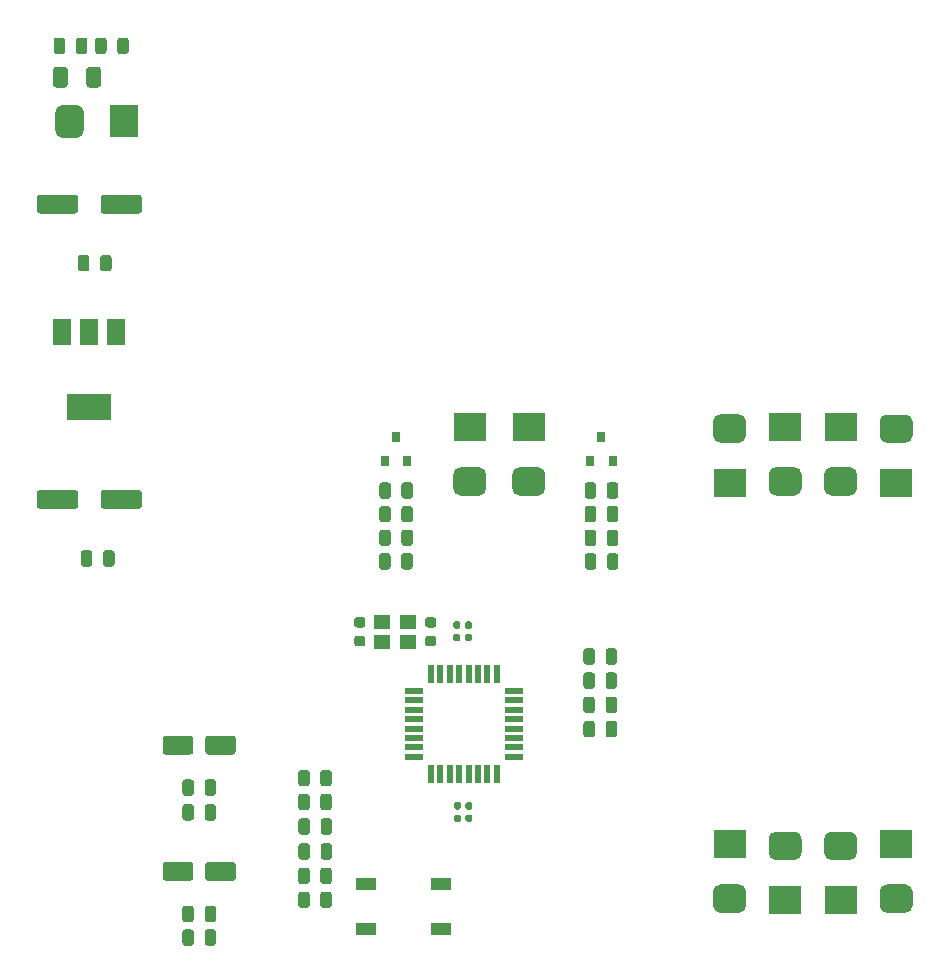
<source format=gbr>
%TF.GenerationSoftware,KiCad,Pcbnew,(5.1.6)-1*%
%TF.CreationDate,2022-04-27T14:58:12+09:00*%
%TF.ProjectId,FP-2500 ICHIMASA,46502d32-3530-4302-9049-4348494d4153,rev?*%
%TF.SameCoordinates,Original*%
%TF.FileFunction,Paste,Top*%
%TF.FilePolarity,Positive*%
%FSLAX46Y46*%
G04 Gerber Fmt 4.6, Leading zero omitted, Abs format (unit mm)*
G04 Created by KiCad (PCBNEW (5.1.6)-1) date 2022-04-27 14:58:12*
%MOMM*%
%LPD*%
G01*
G04 APERTURE LIST*
%ADD10R,1.600000X0.550000*%
%ADD11R,0.550000X1.600000*%
%ADD12R,1.400000X1.200000*%
%ADD13R,3.800000X2.200000*%
%ADD14R,1.500000X2.200000*%
%ADD15R,1.700000X1.000000*%
%ADD16R,0.800000X0.900000*%
%ADD17R,2.800000X2.400000*%
%ADD18R,2.400000X2.800000*%
G04 APERTURE END LIST*
%TO.C,C6*%
G36*
G01*
X60140000Y-169172500D02*
X60140000Y-168827500D01*
G75*
G02*
X60287500Y-168680000I147500J0D01*
G01*
X60582500Y-168680000D01*
G75*
G02*
X60730000Y-168827500I0J-147500D01*
G01*
X60730000Y-169172500D01*
G75*
G02*
X60582500Y-169320000I-147500J0D01*
G01*
X60287500Y-169320000D01*
G75*
G02*
X60140000Y-169172500I0J147500D01*
G01*
G37*
G36*
G01*
X59170000Y-169172500D02*
X59170000Y-168827500D01*
G75*
G02*
X59317500Y-168680000I147500J0D01*
G01*
X59612500Y-168680000D01*
G75*
G02*
X59760000Y-168827500I0J-147500D01*
G01*
X59760000Y-169172500D01*
G75*
G02*
X59612500Y-169320000I-147500J0D01*
G01*
X59317500Y-169320000D01*
G75*
G02*
X59170000Y-169172500I0J147500D01*
G01*
G37*
%TD*%
%TO.C,C8*%
G36*
G01*
X59710000Y-152477500D02*
X59710000Y-152822500D01*
G75*
G02*
X59562500Y-152970000I-147500J0D01*
G01*
X59267500Y-152970000D01*
G75*
G02*
X59120000Y-152822500I0J147500D01*
G01*
X59120000Y-152477500D01*
G75*
G02*
X59267500Y-152330000I147500J0D01*
G01*
X59562500Y-152330000D01*
G75*
G02*
X59710000Y-152477500I0J-147500D01*
G01*
G37*
G36*
G01*
X60680000Y-152477500D02*
X60680000Y-152822500D01*
G75*
G02*
X60532500Y-152970000I-147500J0D01*
G01*
X60237500Y-152970000D01*
G75*
G02*
X60090000Y-152822500I0J147500D01*
G01*
X60090000Y-152477500D01*
G75*
G02*
X60237500Y-152330000I147500J0D01*
G01*
X60532500Y-152330000D01*
G75*
G02*
X60680000Y-152477500I0J-147500D01*
G01*
G37*
%TD*%
%TO.C,C7*%
G36*
G01*
X59710000Y-153527500D02*
X59710000Y-153872500D01*
G75*
G02*
X59562500Y-154020000I-147500J0D01*
G01*
X59267500Y-154020000D01*
G75*
G02*
X59120000Y-153872500I0J147500D01*
G01*
X59120000Y-153527500D01*
G75*
G02*
X59267500Y-153380000I147500J0D01*
G01*
X59562500Y-153380000D01*
G75*
G02*
X59710000Y-153527500I0J-147500D01*
G01*
G37*
G36*
G01*
X60680000Y-153527500D02*
X60680000Y-153872500D01*
G75*
G02*
X60532500Y-154020000I-147500J0D01*
G01*
X60237500Y-154020000D01*
G75*
G02*
X60090000Y-153872500I0J147500D01*
G01*
X60090000Y-153527500D01*
G75*
G02*
X60237500Y-153380000I147500J0D01*
G01*
X60532500Y-153380000D01*
G75*
G02*
X60680000Y-153527500I0J-147500D01*
G01*
G37*
%TD*%
D10*
%TO.C,U2*%
X64250000Y-158200000D03*
X64250000Y-159000000D03*
X64250000Y-159800000D03*
X64250000Y-160600000D03*
X64250000Y-161400000D03*
X64250000Y-162200000D03*
X64250000Y-163000000D03*
X64250000Y-163800000D03*
D11*
X62800000Y-165250000D03*
X62000000Y-165250000D03*
X61200000Y-165250000D03*
X60400000Y-165250000D03*
X59600000Y-165250000D03*
X58800000Y-165250000D03*
X58000000Y-165250000D03*
X57200000Y-165250000D03*
D10*
X55750000Y-163800000D03*
X55750000Y-163000000D03*
X55750000Y-162200000D03*
X55750000Y-161400000D03*
X55750000Y-160600000D03*
X55750000Y-159800000D03*
X55750000Y-159000000D03*
X55750000Y-158200000D03*
D11*
X57200000Y-156750000D03*
X58000000Y-156750000D03*
X58800000Y-156750000D03*
X59600000Y-156750000D03*
X60400000Y-156750000D03*
X61200000Y-156750000D03*
X62000000Y-156750000D03*
X62800000Y-156750000D03*
%TD*%
D12*
%TO.C,Y1*%
X55300000Y-154050000D03*
X53100000Y-154050000D03*
X53100000Y-152350000D03*
X55300000Y-152350000D03*
%TD*%
D13*
%TO.C,U1*%
X28250000Y-134150000D03*
D14*
X30550000Y-127850000D03*
X28250000Y-127850000D03*
X25950000Y-127850000D03*
%TD*%
D15*
%TO.C,S1*%
X58050000Y-178350000D03*
X51750000Y-178350000D03*
X58050000Y-174550000D03*
X51750000Y-174550000D03*
%TD*%
%TO.C,R19*%
G36*
G01*
X47850000Y-166056250D02*
X47850000Y-165143750D01*
G75*
G02*
X48093750Y-164900000I243750J0D01*
G01*
X48581250Y-164900000D01*
G75*
G02*
X48825000Y-165143750I0J-243750D01*
G01*
X48825000Y-166056250D01*
G75*
G02*
X48581250Y-166300000I-243750J0D01*
G01*
X48093750Y-166300000D01*
G75*
G02*
X47850000Y-166056250I0J243750D01*
G01*
G37*
G36*
G01*
X45975000Y-166056250D02*
X45975000Y-165143750D01*
G75*
G02*
X46218750Y-164900000I243750J0D01*
G01*
X46706250Y-164900000D01*
G75*
G02*
X46950000Y-165143750I0J-243750D01*
G01*
X46950000Y-166056250D01*
G75*
G02*
X46706250Y-166300000I-243750J0D01*
G01*
X46218750Y-166300000D01*
G75*
G02*
X45975000Y-166056250I0J243750D01*
G01*
G37*
%TD*%
%TO.C,R18*%
G36*
G01*
X72000000Y-155756250D02*
X72000000Y-154843750D01*
G75*
G02*
X72243750Y-154600000I243750J0D01*
G01*
X72731250Y-154600000D01*
G75*
G02*
X72975000Y-154843750I0J-243750D01*
G01*
X72975000Y-155756250D01*
G75*
G02*
X72731250Y-156000000I-243750J0D01*
G01*
X72243750Y-156000000D01*
G75*
G02*
X72000000Y-155756250I0J243750D01*
G01*
G37*
G36*
G01*
X70125000Y-155756250D02*
X70125000Y-154843750D01*
G75*
G02*
X70368750Y-154600000I243750J0D01*
G01*
X70856250Y-154600000D01*
G75*
G02*
X71100000Y-154843750I0J-243750D01*
G01*
X71100000Y-155756250D01*
G75*
G02*
X70856250Y-156000000I-243750J0D01*
G01*
X70368750Y-156000000D01*
G75*
G02*
X70125000Y-155756250I0J243750D01*
G01*
G37*
%TD*%
%TO.C,R17*%
G36*
G01*
X72000000Y-157806250D02*
X72000000Y-156893750D01*
G75*
G02*
X72243750Y-156650000I243750J0D01*
G01*
X72731250Y-156650000D01*
G75*
G02*
X72975000Y-156893750I0J-243750D01*
G01*
X72975000Y-157806250D01*
G75*
G02*
X72731250Y-158050000I-243750J0D01*
G01*
X72243750Y-158050000D01*
G75*
G02*
X72000000Y-157806250I0J243750D01*
G01*
G37*
G36*
G01*
X70125000Y-157806250D02*
X70125000Y-156893750D01*
G75*
G02*
X70368750Y-156650000I243750J0D01*
G01*
X70856250Y-156650000D01*
G75*
G02*
X71100000Y-156893750I0J-243750D01*
G01*
X71100000Y-157806250D01*
G75*
G02*
X70856250Y-158050000I-243750J0D01*
G01*
X70368750Y-158050000D01*
G75*
G02*
X70125000Y-157806250I0J243750D01*
G01*
G37*
%TD*%
%TO.C,R16*%
G36*
G01*
X72000000Y-159856250D02*
X72000000Y-158943750D01*
G75*
G02*
X72243750Y-158700000I243750J0D01*
G01*
X72731250Y-158700000D01*
G75*
G02*
X72975000Y-158943750I0J-243750D01*
G01*
X72975000Y-159856250D01*
G75*
G02*
X72731250Y-160100000I-243750J0D01*
G01*
X72243750Y-160100000D01*
G75*
G02*
X72000000Y-159856250I0J243750D01*
G01*
G37*
G36*
G01*
X70125000Y-159856250D02*
X70125000Y-158943750D01*
G75*
G02*
X70368750Y-158700000I243750J0D01*
G01*
X70856250Y-158700000D01*
G75*
G02*
X71100000Y-158943750I0J-243750D01*
G01*
X71100000Y-159856250D01*
G75*
G02*
X70856250Y-160100000I-243750J0D01*
G01*
X70368750Y-160100000D01*
G75*
G02*
X70125000Y-159856250I0J243750D01*
G01*
G37*
%TD*%
%TO.C,R15*%
G36*
G01*
X72000000Y-161906250D02*
X72000000Y-160993750D01*
G75*
G02*
X72243750Y-160750000I243750J0D01*
G01*
X72731250Y-160750000D01*
G75*
G02*
X72975000Y-160993750I0J-243750D01*
G01*
X72975000Y-161906250D01*
G75*
G02*
X72731250Y-162150000I-243750J0D01*
G01*
X72243750Y-162150000D01*
G75*
G02*
X72000000Y-161906250I0J243750D01*
G01*
G37*
G36*
G01*
X70125000Y-161906250D02*
X70125000Y-160993750D01*
G75*
G02*
X70368750Y-160750000I243750J0D01*
G01*
X70856250Y-160750000D01*
G75*
G02*
X71100000Y-160993750I0J-243750D01*
G01*
X71100000Y-161906250D01*
G75*
G02*
X70856250Y-162150000I-243750J0D01*
G01*
X70368750Y-162150000D01*
G75*
G02*
X70125000Y-161906250I0J243750D01*
G01*
G37*
%TD*%
%TO.C,R14*%
G36*
G01*
X38050000Y-168956250D02*
X38050000Y-168043750D01*
G75*
G02*
X38293750Y-167800000I243750J0D01*
G01*
X38781250Y-167800000D01*
G75*
G02*
X39025000Y-168043750I0J-243750D01*
G01*
X39025000Y-168956250D01*
G75*
G02*
X38781250Y-169200000I-243750J0D01*
G01*
X38293750Y-169200000D01*
G75*
G02*
X38050000Y-168956250I0J243750D01*
G01*
G37*
G36*
G01*
X36175000Y-168956250D02*
X36175000Y-168043750D01*
G75*
G02*
X36418750Y-167800000I243750J0D01*
G01*
X36906250Y-167800000D01*
G75*
G02*
X37150000Y-168043750I0J-243750D01*
G01*
X37150000Y-168956250D01*
G75*
G02*
X36906250Y-169200000I-243750J0D01*
G01*
X36418750Y-169200000D01*
G75*
G02*
X36175000Y-168956250I0J243750D01*
G01*
G37*
%TD*%
%TO.C,R13*%
G36*
G01*
X37150000Y-165943750D02*
X37150000Y-166856250D01*
G75*
G02*
X36906250Y-167100000I-243750J0D01*
G01*
X36418750Y-167100000D01*
G75*
G02*
X36175000Y-166856250I0J243750D01*
G01*
X36175000Y-165943750D01*
G75*
G02*
X36418750Y-165700000I243750J0D01*
G01*
X36906250Y-165700000D01*
G75*
G02*
X37150000Y-165943750I0J-243750D01*
G01*
G37*
G36*
G01*
X39025000Y-165943750D02*
X39025000Y-166856250D01*
G75*
G02*
X38781250Y-167100000I-243750J0D01*
G01*
X38293750Y-167100000D01*
G75*
G02*
X38050000Y-166856250I0J243750D01*
G01*
X38050000Y-165943750D01*
G75*
G02*
X38293750Y-165700000I243750J0D01*
G01*
X38781250Y-165700000D01*
G75*
G02*
X39025000Y-165943750I0J-243750D01*
G01*
G37*
%TD*%
%TO.C,R12*%
G36*
G01*
X38050000Y-179556250D02*
X38050000Y-178643750D01*
G75*
G02*
X38293750Y-178400000I243750J0D01*
G01*
X38781250Y-178400000D01*
G75*
G02*
X39025000Y-178643750I0J-243750D01*
G01*
X39025000Y-179556250D01*
G75*
G02*
X38781250Y-179800000I-243750J0D01*
G01*
X38293750Y-179800000D01*
G75*
G02*
X38050000Y-179556250I0J243750D01*
G01*
G37*
G36*
G01*
X36175000Y-179556250D02*
X36175000Y-178643750D01*
G75*
G02*
X36418750Y-178400000I243750J0D01*
G01*
X36906250Y-178400000D01*
G75*
G02*
X37150000Y-178643750I0J-243750D01*
G01*
X37150000Y-179556250D01*
G75*
G02*
X36906250Y-179800000I-243750J0D01*
G01*
X36418750Y-179800000D01*
G75*
G02*
X36175000Y-179556250I0J243750D01*
G01*
G37*
%TD*%
%TO.C,R11*%
G36*
G01*
X37150000Y-176643750D02*
X37150000Y-177556250D01*
G75*
G02*
X36906250Y-177800000I-243750J0D01*
G01*
X36418750Y-177800000D01*
G75*
G02*
X36175000Y-177556250I0J243750D01*
G01*
X36175000Y-176643750D01*
G75*
G02*
X36418750Y-176400000I243750J0D01*
G01*
X36906250Y-176400000D01*
G75*
G02*
X37150000Y-176643750I0J-243750D01*
G01*
G37*
G36*
G01*
X39025000Y-176643750D02*
X39025000Y-177556250D01*
G75*
G02*
X38781250Y-177800000I-243750J0D01*
G01*
X38293750Y-177800000D01*
G75*
G02*
X38050000Y-177556250I0J243750D01*
G01*
X38050000Y-176643750D01*
G75*
G02*
X38293750Y-176400000I243750J0D01*
G01*
X38781250Y-176400000D01*
G75*
G02*
X39025000Y-176643750I0J-243750D01*
G01*
G37*
%TD*%
%TO.C,R10*%
G36*
G01*
X47850000Y-176356250D02*
X47850000Y-175443750D01*
G75*
G02*
X48093750Y-175200000I243750J0D01*
G01*
X48581250Y-175200000D01*
G75*
G02*
X48825000Y-175443750I0J-243750D01*
G01*
X48825000Y-176356250D01*
G75*
G02*
X48581250Y-176600000I-243750J0D01*
G01*
X48093750Y-176600000D01*
G75*
G02*
X47850000Y-176356250I0J243750D01*
G01*
G37*
G36*
G01*
X45975000Y-176356250D02*
X45975000Y-175443750D01*
G75*
G02*
X46218750Y-175200000I243750J0D01*
G01*
X46706250Y-175200000D01*
G75*
G02*
X46950000Y-175443750I0J-243750D01*
G01*
X46950000Y-176356250D01*
G75*
G02*
X46706250Y-176600000I-243750J0D01*
G01*
X46218750Y-176600000D01*
G75*
G02*
X45975000Y-176356250I0J243750D01*
G01*
G37*
%TD*%
%TO.C,R9*%
G36*
G01*
X47850000Y-174332250D02*
X47850000Y-173419750D01*
G75*
G02*
X48093750Y-173176000I243750J0D01*
G01*
X48581250Y-173176000D01*
G75*
G02*
X48825000Y-173419750I0J-243750D01*
G01*
X48825000Y-174332250D01*
G75*
G02*
X48581250Y-174576000I-243750J0D01*
G01*
X48093750Y-174576000D01*
G75*
G02*
X47850000Y-174332250I0J243750D01*
G01*
G37*
G36*
G01*
X45975000Y-174332250D02*
X45975000Y-173419750D01*
G75*
G02*
X46218750Y-173176000I243750J0D01*
G01*
X46706250Y-173176000D01*
G75*
G02*
X46950000Y-173419750I0J-243750D01*
G01*
X46950000Y-174332250D01*
G75*
G02*
X46706250Y-174576000I-243750J0D01*
G01*
X46218750Y-174576000D01*
G75*
G02*
X45975000Y-174332250I0J243750D01*
G01*
G37*
%TD*%
%TO.C,R8*%
G36*
G01*
X71200000Y-140793750D02*
X71200000Y-141706250D01*
G75*
G02*
X70956250Y-141950000I-243750J0D01*
G01*
X70468750Y-141950000D01*
G75*
G02*
X70225000Y-141706250I0J243750D01*
G01*
X70225000Y-140793750D01*
G75*
G02*
X70468750Y-140550000I243750J0D01*
G01*
X70956250Y-140550000D01*
G75*
G02*
X71200000Y-140793750I0J-243750D01*
G01*
G37*
G36*
G01*
X73075000Y-140793750D02*
X73075000Y-141706250D01*
G75*
G02*
X72831250Y-141950000I-243750J0D01*
G01*
X72343750Y-141950000D01*
G75*
G02*
X72100000Y-141706250I0J243750D01*
G01*
X72100000Y-140793750D01*
G75*
G02*
X72343750Y-140550000I243750J0D01*
G01*
X72831250Y-140550000D01*
G75*
G02*
X73075000Y-140793750I0J-243750D01*
G01*
G37*
%TD*%
%TO.C,R7*%
G36*
G01*
X72100000Y-145706250D02*
X72100000Y-144793750D01*
G75*
G02*
X72343750Y-144550000I243750J0D01*
G01*
X72831250Y-144550000D01*
G75*
G02*
X73075000Y-144793750I0J-243750D01*
G01*
X73075000Y-145706250D01*
G75*
G02*
X72831250Y-145950000I-243750J0D01*
G01*
X72343750Y-145950000D01*
G75*
G02*
X72100000Y-145706250I0J243750D01*
G01*
G37*
G36*
G01*
X70225000Y-145706250D02*
X70225000Y-144793750D01*
G75*
G02*
X70468750Y-144550000I243750J0D01*
G01*
X70956250Y-144550000D01*
G75*
G02*
X71200000Y-144793750I0J-243750D01*
G01*
X71200000Y-145706250D01*
G75*
G02*
X70956250Y-145950000I-243750J0D01*
G01*
X70468750Y-145950000D01*
G75*
G02*
X70225000Y-145706250I0J243750D01*
G01*
G37*
%TD*%
%TO.C,R6*%
G36*
G01*
X71200000Y-142793750D02*
X71200000Y-143706250D01*
G75*
G02*
X70956250Y-143950000I-243750J0D01*
G01*
X70468750Y-143950000D01*
G75*
G02*
X70225000Y-143706250I0J243750D01*
G01*
X70225000Y-142793750D01*
G75*
G02*
X70468750Y-142550000I243750J0D01*
G01*
X70956250Y-142550000D01*
G75*
G02*
X71200000Y-142793750I0J-243750D01*
G01*
G37*
G36*
G01*
X73075000Y-142793750D02*
X73075000Y-143706250D01*
G75*
G02*
X72831250Y-143950000I-243750J0D01*
G01*
X72343750Y-143950000D01*
G75*
G02*
X72100000Y-143706250I0J243750D01*
G01*
X72100000Y-142793750D01*
G75*
G02*
X72343750Y-142550000I243750J0D01*
G01*
X72831250Y-142550000D01*
G75*
G02*
X73075000Y-142793750I0J-243750D01*
G01*
G37*
%TD*%
%TO.C,R5*%
G36*
G01*
X54720000Y-141706250D02*
X54720000Y-140793750D01*
G75*
G02*
X54963750Y-140550000I243750J0D01*
G01*
X55451250Y-140550000D01*
G75*
G02*
X55695000Y-140793750I0J-243750D01*
G01*
X55695000Y-141706250D01*
G75*
G02*
X55451250Y-141950000I-243750J0D01*
G01*
X54963750Y-141950000D01*
G75*
G02*
X54720000Y-141706250I0J243750D01*
G01*
G37*
G36*
G01*
X52845000Y-141706250D02*
X52845000Y-140793750D01*
G75*
G02*
X53088750Y-140550000I243750J0D01*
G01*
X53576250Y-140550000D01*
G75*
G02*
X53820000Y-140793750I0J-243750D01*
G01*
X53820000Y-141706250D01*
G75*
G02*
X53576250Y-141950000I-243750J0D01*
G01*
X53088750Y-141950000D01*
G75*
G02*
X52845000Y-141706250I0J243750D01*
G01*
G37*
%TD*%
%TO.C,R4*%
G36*
G01*
X53820000Y-144793750D02*
X53820000Y-145706250D01*
G75*
G02*
X53576250Y-145950000I-243750J0D01*
G01*
X53088750Y-145950000D01*
G75*
G02*
X52845000Y-145706250I0J243750D01*
G01*
X52845000Y-144793750D01*
G75*
G02*
X53088750Y-144550000I243750J0D01*
G01*
X53576250Y-144550000D01*
G75*
G02*
X53820000Y-144793750I0J-243750D01*
G01*
G37*
G36*
G01*
X55695000Y-144793750D02*
X55695000Y-145706250D01*
G75*
G02*
X55451250Y-145950000I-243750J0D01*
G01*
X54963750Y-145950000D01*
G75*
G02*
X54720000Y-145706250I0J243750D01*
G01*
X54720000Y-144793750D01*
G75*
G02*
X54963750Y-144550000I243750J0D01*
G01*
X55451250Y-144550000D01*
G75*
G02*
X55695000Y-144793750I0J-243750D01*
G01*
G37*
%TD*%
%TO.C,R3*%
G36*
G01*
X54720000Y-143706250D02*
X54720000Y-142793750D01*
G75*
G02*
X54963750Y-142550000I243750J0D01*
G01*
X55451250Y-142550000D01*
G75*
G02*
X55695000Y-142793750I0J-243750D01*
G01*
X55695000Y-143706250D01*
G75*
G02*
X55451250Y-143950000I-243750J0D01*
G01*
X54963750Y-143950000D01*
G75*
G02*
X54720000Y-143706250I0J243750D01*
G01*
G37*
G36*
G01*
X52845000Y-143706250D02*
X52845000Y-142793750D01*
G75*
G02*
X53088750Y-142550000I243750J0D01*
G01*
X53576250Y-142550000D01*
G75*
G02*
X53820000Y-142793750I0J-243750D01*
G01*
X53820000Y-143706250D01*
G75*
G02*
X53576250Y-143950000I-243750J0D01*
G01*
X53088750Y-143950000D01*
G75*
G02*
X52845000Y-143706250I0J243750D01*
G01*
G37*
%TD*%
%TO.C,R2*%
G36*
G01*
X47850000Y-168080250D02*
X47850000Y-167167750D01*
G75*
G02*
X48093750Y-166924000I243750J0D01*
G01*
X48581250Y-166924000D01*
G75*
G02*
X48825000Y-167167750I0J-243750D01*
G01*
X48825000Y-168080250D01*
G75*
G02*
X48581250Y-168324000I-243750J0D01*
G01*
X48093750Y-168324000D01*
G75*
G02*
X47850000Y-168080250I0J243750D01*
G01*
G37*
G36*
G01*
X45975000Y-168080250D02*
X45975000Y-167167750D01*
G75*
G02*
X46218750Y-166924000I243750J0D01*
G01*
X46706250Y-166924000D01*
G75*
G02*
X46950000Y-167167750I0J-243750D01*
G01*
X46950000Y-168080250D01*
G75*
G02*
X46706250Y-168324000I-243750J0D01*
G01*
X46218750Y-168324000D01*
G75*
G02*
X45975000Y-168080250I0J243750D01*
G01*
G37*
%TD*%
%TO.C,R1*%
G36*
G01*
X29750000Y-103143750D02*
X29750000Y-104056250D01*
G75*
G02*
X29506250Y-104300000I-243750J0D01*
G01*
X29018750Y-104300000D01*
G75*
G02*
X28775000Y-104056250I0J243750D01*
G01*
X28775000Y-103143750D01*
G75*
G02*
X29018750Y-102900000I243750J0D01*
G01*
X29506250Y-102900000D01*
G75*
G02*
X29750000Y-103143750I0J-243750D01*
G01*
G37*
G36*
G01*
X31625000Y-103143750D02*
X31625000Y-104056250D01*
G75*
G02*
X31381250Y-104300000I-243750J0D01*
G01*
X30893750Y-104300000D01*
G75*
G02*
X30650000Y-104056250I0J243750D01*
G01*
X30650000Y-103143750D01*
G75*
G02*
X30893750Y-102900000I243750J0D01*
G01*
X31381250Y-102900000D01*
G75*
G02*
X31625000Y-103143750I0J-243750D01*
G01*
G37*
%TD*%
D16*
%TO.C,Q2*%
X71650000Y-136750000D03*
X72600000Y-138750000D03*
X70700000Y-138750000D03*
%TD*%
%TO.C,Q1*%
X54270000Y-136750000D03*
X55220000Y-138750000D03*
X53320000Y-138750000D03*
%TD*%
%TO.C,F1*%
G36*
G01*
X28025000Y-106875000D02*
X28025000Y-105625000D01*
G75*
G02*
X28275000Y-105375000I250000J0D01*
G01*
X29025000Y-105375000D01*
G75*
G02*
X29275000Y-105625000I0J-250000D01*
G01*
X29275000Y-106875000D01*
G75*
G02*
X29025000Y-107125000I-250000J0D01*
G01*
X28275000Y-107125000D01*
G75*
G02*
X28025000Y-106875000I0J250000D01*
G01*
G37*
G36*
G01*
X25225000Y-106875000D02*
X25225000Y-105625000D01*
G75*
G02*
X25475000Y-105375000I250000J0D01*
G01*
X26225000Y-105375000D01*
G75*
G02*
X26475000Y-105625000I0J-250000D01*
G01*
X26475000Y-106875000D01*
G75*
G02*
X26225000Y-107125000I-250000J0D01*
G01*
X25475000Y-107125000D01*
G75*
G02*
X25225000Y-106875000I0J250000D01*
G01*
G37*
%TD*%
D17*
%TO.C,D16*%
X96600000Y-171200000D03*
G36*
G01*
X97400000Y-177000000D02*
X95800000Y-177000000D01*
G75*
G02*
X95200000Y-176400000I0J600000D01*
G01*
X95200000Y-175200000D01*
G75*
G02*
X95800000Y-174600000I600000J0D01*
G01*
X97400000Y-174600000D01*
G75*
G02*
X98000000Y-175200000I0J-600000D01*
G01*
X98000000Y-176400000D01*
G75*
G02*
X97400000Y-177000000I-600000J0D01*
G01*
G37*
%TD*%
%TO.C,D15*%
X82500000Y-171200000D03*
G36*
G01*
X83300000Y-177000000D02*
X81700000Y-177000000D01*
G75*
G02*
X81100000Y-176400000I0J600000D01*
G01*
X81100000Y-175200000D01*
G75*
G02*
X81700000Y-174600000I600000J0D01*
G01*
X83300000Y-174600000D01*
G75*
G02*
X83900000Y-175200000I0J-600000D01*
G01*
X83900000Y-176400000D01*
G75*
G02*
X83300000Y-177000000I-600000J0D01*
G01*
G37*
%TD*%
%TO.C,D14*%
X82500000Y-140600000D03*
G36*
G01*
X81700000Y-134800000D02*
X83300000Y-134800000D01*
G75*
G02*
X83900000Y-135400000I0J-600000D01*
G01*
X83900000Y-136600000D01*
G75*
G02*
X83300000Y-137200000I-600000J0D01*
G01*
X81700000Y-137200000D01*
G75*
G02*
X81100000Y-136600000I0J600000D01*
G01*
X81100000Y-135400000D01*
G75*
G02*
X81700000Y-134800000I600000J0D01*
G01*
G37*
%TD*%
%TO.C,D13*%
X96600000Y-140610000D03*
G36*
G01*
X95800000Y-134810000D02*
X97400000Y-134810000D01*
G75*
G02*
X98000000Y-135410000I0J-600000D01*
G01*
X98000000Y-136610000D01*
G75*
G02*
X97400000Y-137210000I-600000J0D01*
G01*
X95800000Y-137210000D01*
G75*
G02*
X95200000Y-136610000I0J600000D01*
G01*
X95200000Y-135410000D01*
G75*
G02*
X95800000Y-134810000I600000J0D01*
G01*
G37*
%TD*%
%TO.C,D12*%
X91900000Y-175930000D03*
G36*
G01*
X91100000Y-170130000D02*
X92700000Y-170130000D01*
G75*
G02*
X93300000Y-170730000I0J-600000D01*
G01*
X93300000Y-171930000D01*
G75*
G02*
X92700000Y-172530000I-600000J0D01*
G01*
X91100000Y-172530000D01*
G75*
G02*
X90500000Y-171930000I0J600000D01*
G01*
X90500000Y-170730000D01*
G75*
G02*
X91100000Y-170130000I600000J0D01*
G01*
G37*
%TD*%
%TO.C,D11*%
X87200000Y-175930000D03*
G36*
G01*
X86400000Y-170130000D02*
X88000000Y-170130000D01*
G75*
G02*
X88600000Y-170730000I0J-600000D01*
G01*
X88600000Y-171930000D01*
G75*
G02*
X88000000Y-172530000I-600000J0D01*
G01*
X86400000Y-172530000D01*
G75*
G02*
X85800000Y-171930000I0J600000D01*
G01*
X85800000Y-170730000D01*
G75*
G02*
X86400000Y-170130000I600000J0D01*
G01*
G37*
%TD*%
%TO.C,D10*%
X87200000Y-135870000D03*
G36*
G01*
X88000000Y-141670000D02*
X86400000Y-141670000D01*
G75*
G02*
X85800000Y-141070000I0J600000D01*
G01*
X85800000Y-139870000D01*
G75*
G02*
X86400000Y-139270000I600000J0D01*
G01*
X88000000Y-139270000D01*
G75*
G02*
X88600000Y-139870000I0J-600000D01*
G01*
X88600000Y-141070000D01*
G75*
G02*
X88000000Y-141670000I-600000J0D01*
G01*
G37*
%TD*%
%TO.C,D9*%
X91900000Y-135870000D03*
G36*
G01*
X92700000Y-141670000D02*
X91100000Y-141670000D01*
G75*
G02*
X90500000Y-141070000I0J600000D01*
G01*
X90500000Y-139870000D01*
G75*
G02*
X91100000Y-139270000I600000J0D01*
G01*
X92700000Y-139270000D01*
G75*
G02*
X93300000Y-139870000I0J-600000D01*
G01*
X93300000Y-141070000D01*
G75*
G02*
X92700000Y-141670000I-600000J0D01*
G01*
G37*
%TD*%
%TO.C,D8*%
G36*
G01*
X47870000Y-172263250D02*
X47870000Y-171350750D01*
G75*
G02*
X48113750Y-171107000I243750J0D01*
G01*
X48601250Y-171107000D01*
G75*
G02*
X48845000Y-171350750I0J-243750D01*
G01*
X48845000Y-172263250D01*
G75*
G02*
X48601250Y-172507000I-243750J0D01*
G01*
X48113750Y-172507000D01*
G75*
G02*
X47870000Y-172263250I0J243750D01*
G01*
G37*
G36*
G01*
X45995000Y-172263250D02*
X45995000Y-171350750D01*
G75*
G02*
X46238750Y-171107000I243750J0D01*
G01*
X46726250Y-171107000D01*
G75*
G02*
X46970000Y-171350750I0J-243750D01*
G01*
X46970000Y-172263250D01*
G75*
G02*
X46726250Y-172507000I-243750J0D01*
G01*
X46238750Y-172507000D01*
G75*
G02*
X45995000Y-172263250I0J243750D01*
G01*
G37*
%TD*%
%TO.C,D7*%
G36*
G01*
X72120000Y-147706250D02*
X72120000Y-146793750D01*
G75*
G02*
X72363750Y-146550000I243750J0D01*
G01*
X72851250Y-146550000D01*
G75*
G02*
X73095000Y-146793750I0J-243750D01*
G01*
X73095000Y-147706250D01*
G75*
G02*
X72851250Y-147950000I-243750J0D01*
G01*
X72363750Y-147950000D01*
G75*
G02*
X72120000Y-147706250I0J243750D01*
G01*
G37*
G36*
G01*
X70245000Y-147706250D02*
X70245000Y-146793750D01*
G75*
G02*
X70488750Y-146550000I243750J0D01*
G01*
X70976250Y-146550000D01*
G75*
G02*
X71220000Y-146793750I0J-243750D01*
G01*
X71220000Y-147706250D01*
G75*
G02*
X70976250Y-147950000I-243750J0D01*
G01*
X70488750Y-147950000D01*
G75*
G02*
X70245000Y-147706250I0J243750D01*
G01*
G37*
%TD*%
%TO.C,D6*%
G36*
G01*
X53800000Y-146793750D02*
X53800000Y-147706250D01*
G75*
G02*
X53556250Y-147950000I-243750J0D01*
G01*
X53068750Y-147950000D01*
G75*
G02*
X52825000Y-147706250I0J243750D01*
G01*
X52825000Y-146793750D01*
G75*
G02*
X53068750Y-146550000I243750J0D01*
G01*
X53556250Y-146550000D01*
G75*
G02*
X53800000Y-146793750I0J-243750D01*
G01*
G37*
G36*
G01*
X55675000Y-146793750D02*
X55675000Y-147706250D01*
G75*
G02*
X55431250Y-147950000I-243750J0D01*
G01*
X54943750Y-147950000D01*
G75*
G02*
X54700000Y-147706250I0J243750D01*
G01*
X54700000Y-146793750D01*
G75*
G02*
X54943750Y-146550000I243750J0D01*
G01*
X55431250Y-146550000D01*
G75*
G02*
X55675000Y-146793750I0J-243750D01*
G01*
G37*
%TD*%
%TO.C,D5*%
X65500000Y-135880000D03*
G36*
G01*
X66300000Y-141680000D02*
X64700000Y-141680000D01*
G75*
G02*
X64100000Y-141080000I0J600000D01*
G01*
X64100000Y-139880000D01*
G75*
G02*
X64700000Y-139280000I600000J0D01*
G01*
X66300000Y-139280000D01*
G75*
G02*
X66900000Y-139880000I0J-600000D01*
G01*
X66900000Y-141080000D01*
G75*
G02*
X66300000Y-141680000I-600000J0D01*
G01*
G37*
%TD*%
%TO.C,D4*%
X60500000Y-135880000D03*
G36*
G01*
X61300000Y-141680000D02*
X59700000Y-141680000D01*
G75*
G02*
X59100000Y-141080000I0J600000D01*
G01*
X59100000Y-139880000D01*
G75*
G02*
X59700000Y-139280000I600000J0D01*
G01*
X61300000Y-139280000D01*
G75*
G02*
X61900000Y-139880000I0J-600000D01*
G01*
X61900000Y-141080000D01*
G75*
G02*
X61300000Y-141680000I-600000J0D01*
G01*
G37*
%TD*%
%TO.C,D3*%
G36*
G01*
X47870000Y-170149250D02*
X47870000Y-169236750D01*
G75*
G02*
X48113750Y-168993000I243750J0D01*
G01*
X48601250Y-168993000D01*
G75*
G02*
X48845000Y-169236750I0J-243750D01*
G01*
X48845000Y-170149250D01*
G75*
G02*
X48601250Y-170393000I-243750J0D01*
G01*
X48113750Y-170393000D01*
G75*
G02*
X47870000Y-170149250I0J243750D01*
G01*
G37*
G36*
G01*
X45995000Y-170149250D02*
X45995000Y-169236750D01*
G75*
G02*
X46238750Y-168993000I243750J0D01*
G01*
X46726250Y-168993000D01*
G75*
G02*
X46970000Y-169236750I0J-243750D01*
G01*
X46970000Y-170149250D01*
G75*
G02*
X46726250Y-170393000I-243750J0D01*
G01*
X46238750Y-170393000D01*
G75*
G02*
X45995000Y-170149250I0J243750D01*
G01*
G37*
%TD*%
%TO.C,D2*%
G36*
G01*
X27150000Y-104056250D02*
X27150000Y-103143750D01*
G75*
G02*
X27393750Y-102900000I243750J0D01*
G01*
X27881250Y-102900000D01*
G75*
G02*
X28125000Y-103143750I0J-243750D01*
G01*
X28125000Y-104056250D01*
G75*
G02*
X27881250Y-104300000I-243750J0D01*
G01*
X27393750Y-104300000D01*
G75*
G02*
X27150000Y-104056250I0J243750D01*
G01*
G37*
G36*
G01*
X25275000Y-104056250D02*
X25275000Y-103143750D01*
G75*
G02*
X25518750Y-102900000I243750J0D01*
G01*
X26006250Y-102900000D01*
G75*
G02*
X26250000Y-103143750I0J-243750D01*
G01*
X26250000Y-104056250D01*
G75*
G02*
X26006250Y-104300000I-243750J0D01*
G01*
X25518750Y-104300000D01*
G75*
G02*
X25275000Y-104056250I0J243750D01*
G01*
G37*
%TD*%
D18*
%TO.C,D1*%
X31220000Y-110000000D03*
G36*
G01*
X25420000Y-110800000D02*
X25420000Y-109200000D01*
G75*
G02*
X26020000Y-108600000I600000J0D01*
G01*
X27220000Y-108600000D01*
G75*
G02*
X27820000Y-109200000I0J-600000D01*
G01*
X27820000Y-110800000D01*
G75*
G02*
X27220000Y-111400000I-600000J0D01*
G01*
X26020000Y-111400000D01*
G75*
G02*
X25420000Y-110800000I0J600000D01*
G01*
G37*
%TD*%
%TO.C,C12*%
G36*
G01*
X38100000Y-163350000D02*
X38100000Y-162250000D01*
G75*
G02*
X38350000Y-162000000I250000J0D01*
G01*
X40450000Y-162000000D01*
G75*
G02*
X40700000Y-162250000I0J-250000D01*
G01*
X40700000Y-163350000D01*
G75*
G02*
X40450000Y-163600000I-250000J0D01*
G01*
X38350000Y-163600000D01*
G75*
G02*
X38100000Y-163350000I0J250000D01*
G01*
G37*
G36*
G01*
X34500000Y-163350000D02*
X34500000Y-162250000D01*
G75*
G02*
X34750000Y-162000000I250000J0D01*
G01*
X36850000Y-162000000D01*
G75*
G02*
X37100000Y-162250000I0J-250000D01*
G01*
X37100000Y-163350000D01*
G75*
G02*
X36850000Y-163600000I-250000J0D01*
G01*
X34750000Y-163600000D01*
G75*
G02*
X34500000Y-163350000I0J250000D01*
G01*
G37*
%TD*%
%TO.C,C11*%
G36*
G01*
X38100000Y-174050000D02*
X38100000Y-172950000D01*
G75*
G02*
X38350000Y-172700000I250000J0D01*
G01*
X40450000Y-172700000D01*
G75*
G02*
X40700000Y-172950000I0J-250000D01*
G01*
X40700000Y-174050000D01*
G75*
G02*
X40450000Y-174300000I-250000J0D01*
G01*
X38350000Y-174300000D01*
G75*
G02*
X38100000Y-174050000I0J250000D01*
G01*
G37*
G36*
G01*
X34500000Y-174050000D02*
X34500000Y-172950000D01*
G75*
G02*
X34750000Y-172700000I250000J0D01*
G01*
X36850000Y-172700000D01*
G75*
G02*
X37100000Y-172950000I0J-250000D01*
G01*
X37100000Y-174050000D01*
G75*
G02*
X36850000Y-174300000I-250000J0D01*
G01*
X34750000Y-174300000D01*
G75*
G02*
X34500000Y-174050000I0J250000D01*
G01*
G37*
%TD*%
%TO.C,C10*%
G36*
G01*
X51456250Y-152850000D02*
X50943750Y-152850000D01*
G75*
G02*
X50725000Y-152631250I0J218750D01*
G01*
X50725000Y-152193750D01*
G75*
G02*
X50943750Y-151975000I218750J0D01*
G01*
X51456250Y-151975000D01*
G75*
G02*
X51675000Y-152193750I0J-218750D01*
G01*
X51675000Y-152631250D01*
G75*
G02*
X51456250Y-152850000I-218750J0D01*
G01*
G37*
G36*
G01*
X51456250Y-154425000D02*
X50943750Y-154425000D01*
G75*
G02*
X50725000Y-154206250I0J218750D01*
G01*
X50725000Y-153768750D01*
G75*
G02*
X50943750Y-153550000I218750J0D01*
G01*
X51456250Y-153550000D01*
G75*
G02*
X51675000Y-153768750I0J-218750D01*
G01*
X51675000Y-154206250D01*
G75*
G02*
X51456250Y-154425000I-218750J0D01*
G01*
G37*
%TD*%
%TO.C,C9*%
G36*
G01*
X56943750Y-153550000D02*
X57456250Y-153550000D01*
G75*
G02*
X57675000Y-153768750I0J-218750D01*
G01*
X57675000Y-154206250D01*
G75*
G02*
X57456250Y-154425000I-218750J0D01*
G01*
X56943750Y-154425000D01*
G75*
G02*
X56725000Y-154206250I0J218750D01*
G01*
X56725000Y-153768750D01*
G75*
G02*
X56943750Y-153550000I218750J0D01*
G01*
G37*
G36*
G01*
X56943750Y-151975000D02*
X57456250Y-151975000D01*
G75*
G02*
X57675000Y-152193750I0J-218750D01*
G01*
X57675000Y-152631250D01*
G75*
G02*
X57456250Y-152850000I-218750J0D01*
G01*
X56943750Y-152850000D01*
G75*
G02*
X56725000Y-152631250I0J218750D01*
G01*
X56725000Y-152193750D01*
G75*
G02*
X56943750Y-151975000I218750J0D01*
G01*
G37*
%TD*%
%TO.C,C5*%
G36*
G01*
X60140000Y-168122500D02*
X60140000Y-167777500D01*
G75*
G02*
X60287500Y-167630000I147500J0D01*
G01*
X60582500Y-167630000D01*
G75*
G02*
X60730000Y-167777500I0J-147500D01*
G01*
X60730000Y-168122500D01*
G75*
G02*
X60582500Y-168270000I-147500J0D01*
G01*
X60287500Y-168270000D01*
G75*
G02*
X60140000Y-168122500I0J147500D01*
G01*
G37*
G36*
G01*
X59170000Y-168122500D02*
X59170000Y-167777500D01*
G75*
G02*
X59317500Y-167630000I147500J0D01*
G01*
X59612500Y-167630000D01*
G75*
G02*
X59760000Y-167777500I0J-147500D01*
G01*
X59760000Y-168122500D01*
G75*
G02*
X59612500Y-168270000I-147500J0D01*
G01*
X59317500Y-168270000D01*
G75*
G02*
X59170000Y-168122500I0J147500D01*
G01*
G37*
%TD*%
%TO.C,C4*%
G36*
G01*
X29450000Y-147456250D02*
X29450000Y-146543750D01*
G75*
G02*
X29693750Y-146300000I243750J0D01*
G01*
X30181250Y-146300000D01*
G75*
G02*
X30425000Y-146543750I0J-243750D01*
G01*
X30425000Y-147456250D01*
G75*
G02*
X30181250Y-147700000I-243750J0D01*
G01*
X29693750Y-147700000D01*
G75*
G02*
X29450000Y-147456250I0J243750D01*
G01*
G37*
G36*
G01*
X27575000Y-147456250D02*
X27575000Y-146543750D01*
G75*
G02*
X27818750Y-146300000I243750J0D01*
G01*
X28306250Y-146300000D01*
G75*
G02*
X28550000Y-146543750I0J-243750D01*
G01*
X28550000Y-147456250D01*
G75*
G02*
X28306250Y-147700000I-243750J0D01*
G01*
X27818750Y-147700000D01*
G75*
G02*
X27575000Y-147456250I0J243750D01*
G01*
G37*
%TD*%
%TO.C,C3*%
G36*
G01*
X29250000Y-142550000D02*
X29250000Y-141450000D01*
G75*
G02*
X29500000Y-141200000I250000J0D01*
G01*
X32500000Y-141200000D01*
G75*
G02*
X32750000Y-141450000I0J-250000D01*
G01*
X32750000Y-142550000D01*
G75*
G02*
X32500000Y-142800000I-250000J0D01*
G01*
X29500000Y-142800000D01*
G75*
G02*
X29250000Y-142550000I0J250000D01*
G01*
G37*
G36*
G01*
X23850000Y-142550000D02*
X23850000Y-141450000D01*
G75*
G02*
X24100000Y-141200000I250000J0D01*
G01*
X27100000Y-141200000D01*
G75*
G02*
X27350000Y-141450000I0J-250000D01*
G01*
X27350000Y-142550000D01*
G75*
G02*
X27100000Y-142800000I-250000J0D01*
G01*
X24100000Y-142800000D01*
G75*
G02*
X23850000Y-142550000I0J250000D01*
G01*
G37*
%TD*%
%TO.C,C2*%
G36*
G01*
X29200000Y-122456250D02*
X29200000Y-121543750D01*
G75*
G02*
X29443750Y-121300000I243750J0D01*
G01*
X29931250Y-121300000D01*
G75*
G02*
X30175000Y-121543750I0J-243750D01*
G01*
X30175000Y-122456250D01*
G75*
G02*
X29931250Y-122700000I-243750J0D01*
G01*
X29443750Y-122700000D01*
G75*
G02*
X29200000Y-122456250I0J243750D01*
G01*
G37*
G36*
G01*
X27325000Y-122456250D02*
X27325000Y-121543750D01*
G75*
G02*
X27568750Y-121300000I243750J0D01*
G01*
X28056250Y-121300000D01*
G75*
G02*
X28300000Y-121543750I0J-243750D01*
G01*
X28300000Y-122456250D01*
G75*
G02*
X28056250Y-122700000I-243750J0D01*
G01*
X27568750Y-122700000D01*
G75*
G02*
X27325000Y-122456250I0J243750D01*
G01*
G37*
%TD*%
%TO.C,C1*%
G36*
G01*
X29250000Y-117550000D02*
X29250000Y-116450000D01*
G75*
G02*
X29500000Y-116200000I250000J0D01*
G01*
X32500000Y-116200000D01*
G75*
G02*
X32750000Y-116450000I0J-250000D01*
G01*
X32750000Y-117550000D01*
G75*
G02*
X32500000Y-117800000I-250000J0D01*
G01*
X29500000Y-117800000D01*
G75*
G02*
X29250000Y-117550000I0J250000D01*
G01*
G37*
G36*
G01*
X23850000Y-117550000D02*
X23850000Y-116450000D01*
G75*
G02*
X24100000Y-116200000I250000J0D01*
G01*
X27100000Y-116200000D01*
G75*
G02*
X27350000Y-116450000I0J-250000D01*
G01*
X27350000Y-117550000D01*
G75*
G02*
X27100000Y-117800000I-250000J0D01*
G01*
X24100000Y-117800000D01*
G75*
G02*
X23850000Y-117550000I0J250000D01*
G01*
G37*
%TD*%
M02*

</source>
